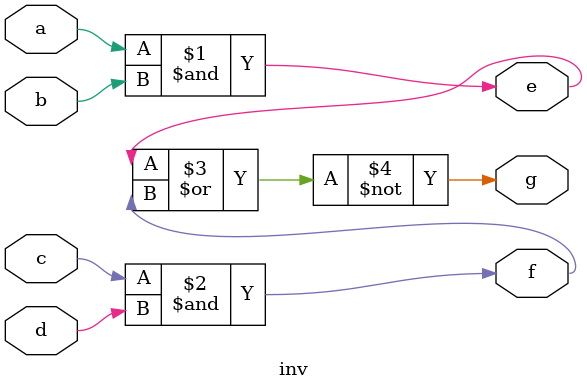
<source format=v>
`timescale 1ns / 1ps


module inv(
    input a,b ,c ,d,
    output e,f,g
    );
    assign e = a&b;
    assign f = c&d;
    assign g = ~(e|f);
endmodule

</source>
